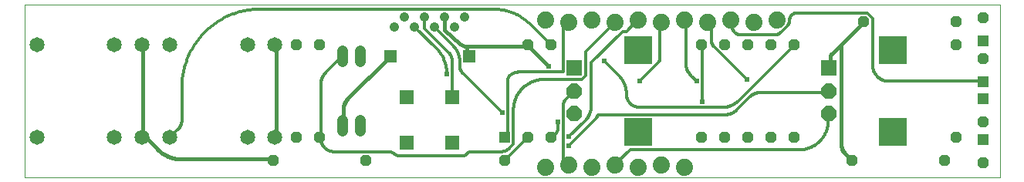
<source format=gbl>
G75*
%MOIN*%
%OFA0B0*%
%FSLAX25Y25*%
%IPPOS*%
%LPD*%
%AMOC8*
5,1,8,0,0,1.08239X$1,22.5*
%
%ADD10C,0.00100*%
%ADD11R,0.06600X0.06600*%
%ADD12OC8,0.06600*%
%ADD13R,0.12268X0.12268*%
%ADD14C,0.06496*%
%ADD15OC8,0.04800*%
%ADD16C,0.04800*%
%ADD17R,0.05906X0.05906*%
%ADD18R,0.04800X0.04800*%
%ADD19R,0.05315X0.05315*%
%ADD20C,0.04134*%
%ADD21C,0.07400*%
%ADD22C,0.01200*%
%ADD23C,0.02400*%
%ADD24C,0.01800*%
D10*
X0079937Y0048067D02*
X0501197Y0048067D01*
X0501197Y0122870D01*
X0079937Y0122870D01*
X0079937Y0048067D01*
D11*
X0317378Y0095409D03*
X0427378Y0095409D03*
D12*
X0427378Y0085567D03*
X0427378Y0075724D03*
X0317378Y0075724D03*
X0317378Y0085567D03*
D13*
X0344937Y0067850D03*
X0454937Y0067850D03*
X0454937Y0103283D03*
X0344937Y0103283D03*
D14*
X0188028Y0105567D03*
X0176217Y0105567D03*
X0142752Y0105567D03*
X0130528Y0105567D03*
X0118717Y0105567D03*
X0085252Y0105567D03*
X0085252Y0065567D03*
X0118717Y0065567D03*
X0130528Y0065567D03*
X0142752Y0065567D03*
X0176217Y0065567D03*
X0188028Y0065567D03*
D15*
X0197437Y0065567D03*
X0207437Y0065567D03*
X0187437Y0055567D03*
X0227437Y0055567D03*
X0287437Y0055567D03*
X0297437Y0065567D03*
X0307437Y0065567D03*
X0372437Y0065567D03*
X0382437Y0065567D03*
X0392437Y0065567D03*
X0402437Y0065567D03*
X0412437Y0065567D03*
X0437437Y0055567D03*
X0477437Y0055567D03*
X0493937Y0054567D03*
X0482437Y0065567D03*
X0493937Y0072067D03*
X0493937Y0099567D03*
X0482437Y0105567D03*
X0482437Y0115567D03*
X0493937Y0117067D03*
X0442437Y0115567D03*
X0412437Y0105567D03*
X0402437Y0105567D03*
X0392437Y0105567D03*
X0382437Y0105567D03*
X0372437Y0105567D03*
X0307437Y0105567D03*
X0297437Y0105567D03*
X0207437Y0105567D03*
X0197437Y0105567D03*
D16*
X0217437Y0102967D02*
X0217437Y0098167D01*
X0224937Y0098167D02*
X0224937Y0102967D01*
X0224937Y0072967D02*
X0224937Y0068167D01*
X0217437Y0068167D02*
X0217437Y0072967D01*
D17*
X0245094Y0063224D03*
X0264780Y0063224D03*
X0264780Y0082909D03*
X0245094Y0082909D03*
D18*
X0287437Y0065567D03*
X0493937Y0064567D03*
X0493937Y0082067D03*
X0493937Y0089567D03*
X0493937Y0107067D03*
D19*
X0271866Y0100587D03*
X0238008Y0100587D03*
D20*
X0239780Y0113067D03*
X0248441Y0113067D03*
X0257102Y0113067D03*
X0265764Y0113067D03*
X0270094Y0117398D03*
X0261433Y0117398D03*
X0252772Y0117398D03*
X0244110Y0117398D03*
D21*
X0304937Y0116067D03*
X0314937Y0115067D03*
X0324937Y0116067D03*
X0334937Y0115067D03*
X0344937Y0116067D03*
X0354937Y0115067D03*
X0364937Y0116067D03*
X0374937Y0115067D03*
X0384937Y0116067D03*
X0394937Y0115067D03*
X0404937Y0116067D03*
X0354937Y0053567D03*
X0364937Y0052567D03*
X0344937Y0052567D03*
X0334937Y0053567D03*
X0324937Y0052567D03*
X0314937Y0053567D03*
X0304937Y0052567D03*
D22*
X0312737Y0055267D02*
X0314337Y0053667D01*
X0314937Y0053567D01*
X0312737Y0055267D02*
X0312737Y0079392D01*
X0313780Y0081910D02*
X0316737Y0084867D01*
X0317378Y0085567D01*
X0336551Y0092253D02*
X0336743Y0092056D01*
X0336931Y0091855D01*
X0337113Y0091649D01*
X0337291Y0091439D01*
X0337464Y0091225D01*
X0337631Y0091007D01*
X0337793Y0090784D01*
X0337950Y0090558D01*
X0338102Y0090329D01*
X0338248Y0090096D01*
X0338388Y0089859D01*
X0338523Y0089619D01*
X0338652Y0089376D01*
X0338775Y0089130D01*
X0338892Y0088881D01*
X0339004Y0088630D01*
X0339109Y0088375D01*
X0339208Y0088119D01*
X0339301Y0087860D01*
X0339388Y0087599D01*
X0339469Y0087336D01*
X0339543Y0087071D01*
X0339611Y0086804D01*
X0339673Y0086536D01*
X0339728Y0086267D01*
X0339777Y0085996D01*
X0339819Y0085724D01*
X0339855Y0085451D01*
X0339885Y0085178D01*
X0339908Y0084904D01*
X0339924Y0084629D01*
X0339934Y0084354D01*
X0339937Y0084079D01*
X0339939Y0083932D01*
X0339945Y0083785D01*
X0339954Y0083639D01*
X0339968Y0083492D01*
X0339985Y0083346D01*
X0340006Y0083201D01*
X0340031Y0083056D01*
X0340060Y0082912D01*
X0340092Y0082769D01*
X0340128Y0082627D01*
X0340168Y0082485D01*
X0340212Y0082345D01*
X0340259Y0082206D01*
X0340310Y0082068D01*
X0340364Y0081931D01*
X0340422Y0081796D01*
X0340484Y0081663D01*
X0340549Y0081531D01*
X0340617Y0081401D01*
X0340689Y0081273D01*
X0340764Y0081147D01*
X0340842Y0081022D01*
X0340924Y0080900D01*
X0341009Y0080780D01*
X0341097Y0080663D01*
X0341188Y0080547D01*
X0341282Y0080434D01*
X0341378Y0080324D01*
X0341478Y0080216D01*
X0341581Y0080111D01*
X0341686Y0080008D01*
X0341794Y0079908D01*
X0341904Y0079812D01*
X0342017Y0079718D01*
X0342133Y0079627D01*
X0342250Y0079539D01*
X0342370Y0079454D01*
X0342492Y0079372D01*
X0342617Y0079294D01*
X0342743Y0079219D01*
X0342871Y0079147D01*
X0343001Y0079079D01*
X0343133Y0079014D01*
X0343266Y0078952D01*
X0343401Y0078894D01*
X0343538Y0078840D01*
X0343676Y0078789D01*
X0343815Y0078742D01*
X0343955Y0078698D01*
X0344097Y0078658D01*
X0344239Y0078622D01*
X0344382Y0078590D01*
X0344526Y0078561D01*
X0344671Y0078536D01*
X0344816Y0078515D01*
X0344962Y0078498D01*
X0345109Y0078484D01*
X0345255Y0078475D01*
X0345402Y0078469D01*
X0345549Y0078467D01*
X0381791Y0078467D01*
X0387335Y0077065D02*
X0393034Y0082764D01*
X0388186Y0081115D02*
X0411937Y0104867D01*
X0412437Y0105567D01*
X0403631Y0109667D02*
X0389432Y0109667D01*
X0389310Y0109669D01*
X0389187Y0109675D01*
X0389065Y0109684D01*
X0388944Y0109698D01*
X0388823Y0109715D01*
X0388702Y0109736D01*
X0388582Y0109761D01*
X0388463Y0109789D01*
X0388345Y0109822D01*
X0388228Y0109858D01*
X0388113Y0109897D01*
X0387998Y0109941D01*
X0387885Y0109987D01*
X0387774Y0110038D01*
X0387664Y0110092D01*
X0387556Y0110149D01*
X0387449Y0110209D01*
X0387345Y0110273D01*
X0387243Y0110341D01*
X0387143Y0110411D01*
X0387045Y0110484D01*
X0386949Y0110561D01*
X0386856Y0110640D01*
X0386766Y0110723D01*
X0386678Y0110808D01*
X0386593Y0110896D01*
X0386510Y0110986D01*
X0386431Y0111079D01*
X0386354Y0111175D01*
X0386281Y0111273D01*
X0386211Y0111373D01*
X0386143Y0111475D01*
X0386079Y0111579D01*
X0386019Y0111686D01*
X0385962Y0111794D01*
X0385908Y0111904D01*
X0385857Y0112015D01*
X0385811Y0112128D01*
X0385767Y0112243D01*
X0385728Y0112358D01*
X0385692Y0112475D01*
X0385659Y0112593D01*
X0385631Y0112712D01*
X0385606Y0112832D01*
X0385585Y0112953D01*
X0385568Y0113074D01*
X0385554Y0113195D01*
X0385545Y0113317D01*
X0385539Y0113440D01*
X0385537Y0113562D01*
X0385537Y0116067D01*
X0384937Y0116067D01*
X0376737Y0112867D02*
X0375137Y0114467D01*
X0374937Y0115067D01*
X0376737Y0112867D02*
X0376737Y0106993D01*
X0377675Y0104729D02*
X0391937Y0090467D01*
X0388185Y0081116D02*
X0388027Y0080961D01*
X0387864Y0080810D01*
X0387698Y0080663D01*
X0387528Y0080520D01*
X0387355Y0080381D01*
X0387178Y0080247D01*
X0386998Y0080117D01*
X0386815Y0079991D01*
X0386629Y0079870D01*
X0386440Y0079754D01*
X0386248Y0079642D01*
X0386054Y0079535D01*
X0385857Y0079433D01*
X0385657Y0079335D01*
X0385456Y0079243D01*
X0385252Y0079155D01*
X0385046Y0079073D01*
X0384837Y0078996D01*
X0384628Y0078923D01*
X0384416Y0078856D01*
X0384203Y0078795D01*
X0383988Y0078738D01*
X0383772Y0078687D01*
X0383555Y0078641D01*
X0383337Y0078600D01*
X0383118Y0078565D01*
X0382898Y0078535D01*
X0382677Y0078511D01*
X0382456Y0078492D01*
X0382235Y0078478D01*
X0382013Y0078470D01*
X0381791Y0078467D01*
X0382994Y0075267D02*
X0383150Y0075269D01*
X0383305Y0075275D01*
X0383460Y0075285D01*
X0383615Y0075299D01*
X0383770Y0075316D01*
X0383924Y0075338D01*
X0384077Y0075363D01*
X0384230Y0075393D01*
X0384382Y0075426D01*
X0384533Y0075463D01*
X0384683Y0075504D01*
X0384832Y0075549D01*
X0384980Y0075597D01*
X0385126Y0075649D01*
X0385272Y0075705D01*
X0385415Y0075765D01*
X0385558Y0075828D01*
X0385698Y0075894D01*
X0385837Y0075965D01*
X0385974Y0076039D01*
X0386109Y0076116D01*
X0386242Y0076196D01*
X0386373Y0076280D01*
X0386502Y0076368D01*
X0386628Y0076458D01*
X0386752Y0076552D01*
X0386874Y0076648D01*
X0386993Y0076748D01*
X0387110Y0076851D01*
X0387224Y0076957D01*
X0387336Y0077065D01*
X0382994Y0075267D02*
X0328737Y0075267D01*
X0328658Y0075265D01*
X0328580Y0075259D01*
X0328502Y0075250D01*
X0328425Y0075236D01*
X0328348Y0075219D01*
X0328273Y0075198D01*
X0328198Y0075173D01*
X0328125Y0075145D01*
X0328053Y0075113D01*
X0327983Y0075078D01*
X0327914Y0075039D01*
X0327848Y0074997D01*
X0327784Y0074952D01*
X0327722Y0074904D01*
X0327663Y0074853D01*
X0327606Y0074798D01*
X0327551Y0074741D01*
X0327500Y0074682D01*
X0327452Y0074620D01*
X0327407Y0074556D01*
X0327365Y0074490D01*
X0327326Y0074421D01*
X0327291Y0074351D01*
X0327259Y0074279D01*
X0327231Y0074206D01*
X0327206Y0074131D01*
X0327185Y0074056D01*
X0327168Y0073979D01*
X0327154Y0073902D01*
X0327145Y0073824D01*
X0327139Y0073746D01*
X0327137Y0073667D01*
X0315137Y0061667D01*
X0315137Y0065667D02*
X0322095Y0072625D01*
X0310337Y0072067D02*
X0310337Y0069268D01*
X0310335Y0069164D01*
X0310330Y0069061D01*
X0310320Y0068958D01*
X0310307Y0068855D01*
X0310291Y0068753D01*
X0310271Y0068652D01*
X0310247Y0068551D01*
X0310220Y0068451D01*
X0310189Y0068352D01*
X0310154Y0068255D01*
X0310116Y0068158D01*
X0310075Y0068063D01*
X0310030Y0067970D01*
X0309982Y0067878D01*
X0309931Y0067788D01*
X0309877Y0067700D01*
X0309819Y0067614D01*
X0309759Y0067530D01*
X0309695Y0067448D01*
X0309629Y0067369D01*
X0309559Y0067292D01*
X0309488Y0067217D01*
X0309488Y0067218D02*
X0307937Y0065667D01*
X0307437Y0065567D01*
X0297437Y0065567D02*
X0287437Y0055567D01*
X0285932Y0059267D02*
X0271937Y0059067D01*
X0269937Y0057567D01*
X0240937Y0057567D01*
X0238437Y0059267D01*
X0213537Y0059267D01*
X0213390Y0059269D01*
X0213244Y0059275D01*
X0213098Y0059284D01*
X0212952Y0059298D01*
X0212806Y0059315D01*
X0212661Y0059336D01*
X0212516Y0059361D01*
X0212373Y0059389D01*
X0212230Y0059422D01*
X0212088Y0059458D01*
X0211947Y0059498D01*
X0211807Y0059541D01*
X0211668Y0059588D01*
X0211530Y0059639D01*
X0211394Y0059693D01*
X0211259Y0059751D01*
X0211126Y0059813D01*
X0210995Y0059877D01*
X0210865Y0059946D01*
X0210737Y0060017D01*
X0210611Y0060092D01*
X0210487Y0060170D01*
X0210365Y0060252D01*
X0210245Y0060337D01*
X0210128Y0060424D01*
X0210013Y0060515D01*
X0209900Y0060609D01*
X0209790Y0060705D01*
X0209682Y0060805D01*
X0209577Y0060907D01*
X0209475Y0061012D01*
X0209375Y0061120D01*
X0209279Y0061230D01*
X0209185Y0061343D01*
X0209094Y0061458D01*
X0209007Y0061575D01*
X0208922Y0061695D01*
X0208840Y0061817D01*
X0208762Y0061941D01*
X0208687Y0062067D01*
X0208616Y0062195D01*
X0208547Y0062325D01*
X0208483Y0062456D01*
X0208421Y0062589D01*
X0208363Y0062724D01*
X0208309Y0062860D01*
X0208258Y0062998D01*
X0208211Y0063137D01*
X0208168Y0063277D01*
X0208128Y0063418D01*
X0208092Y0063560D01*
X0208059Y0063703D01*
X0208031Y0063846D01*
X0208006Y0063991D01*
X0207985Y0064136D01*
X0207968Y0064282D01*
X0207954Y0064428D01*
X0207945Y0064574D01*
X0207939Y0064720D01*
X0207937Y0064867D01*
X0207437Y0065567D01*
X0207937Y0065667D01*
X0207937Y0088259D01*
X0207939Y0088437D01*
X0207946Y0088615D01*
X0207957Y0088793D01*
X0207972Y0088971D01*
X0207992Y0089148D01*
X0208016Y0089325D01*
X0208044Y0089501D01*
X0208077Y0089676D01*
X0208113Y0089850D01*
X0208155Y0090024D01*
X0208200Y0090196D01*
X0208250Y0090367D01*
X0208304Y0090537D01*
X0208362Y0090705D01*
X0208424Y0090873D01*
X0208490Y0091038D01*
X0208560Y0091202D01*
X0208634Y0091364D01*
X0208712Y0091524D01*
X0208794Y0091682D01*
X0208880Y0091838D01*
X0208970Y0091992D01*
X0209064Y0092144D01*
X0209161Y0092294D01*
X0209262Y0092441D01*
X0209366Y0092585D01*
X0209474Y0092727D01*
X0209585Y0092866D01*
X0209700Y0093002D01*
X0209818Y0093136D01*
X0209940Y0093266D01*
X0210064Y0093394D01*
X0216737Y0100067D01*
X0217437Y0100567D01*
X0257628Y0104204D02*
X0257895Y0103941D01*
X0258155Y0103671D01*
X0258408Y0103395D01*
X0258655Y0103113D01*
X0258895Y0102825D01*
X0259128Y0102532D01*
X0259353Y0102232D01*
X0259571Y0101928D01*
X0259782Y0101618D01*
X0259985Y0101303D01*
X0260180Y0100983D01*
X0260367Y0100658D01*
X0260547Y0100330D01*
X0260718Y0099996D01*
X0260882Y0099659D01*
X0261037Y0099318D01*
X0261183Y0098973D01*
X0261321Y0098625D01*
X0261451Y0098273D01*
X0261572Y0097918D01*
X0261684Y0097561D01*
X0261788Y0097201D01*
X0261883Y0096838D01*
X0261969Y0096474D01*
X0262046Y0096107D01*
X0262114Y0095738D01*
X0262173Y0095368D01*
X0262223Y0094997D01*
X0262264Y0094625D01*
X0262296Y0094251D01*
X0262319Y0093877D01*
X0262332Y0093503D01*
X0262337Y0093128D01*
X0262337Y0092867D01*
X0269294Y0093110D02*
X0286337Y0076067D01*
X0291137Y0077221D02*
X0291137Y0062467D01*
X0289355Y0060685D01*
X0289258Y0060590D01*
X0289158Y0060498D01*
X0289055Y0060409D01*
X0288950Y0060323D01*
X0288843Y0060240D01*
X0288733Y0060160D01*
X0288622Y0060083D01*
X0288508Y0060009D01*
X0288392Y0059938D01*
X0288274Y0059871D01*
X0288154Y0059807D01*
X0288032Y0059746D01*
X0287909Y0059689D01*
X0287785Y0059635D01*
X0287658Y0059585D01*
X0287531Y0059539D01*
X0287402Y0059496D01*
X0287272Y0059456D01*
X0287141Y0059420D01*
X0287009Y0059388D01*
X0286876Y0059360D01*
X0286743Y0059335D01*
X0286609Y0059315D01*
X0286474Y0059297D01*
X0286339Y0059284D01*
X0286203Y0059275D01*
X0286068Y0059269D01*
X0285932Y0059267D01*
X0287437Y0065567D02*
X0287937Y0065667D01*
X0288737Y0066467D01*
X0288737Y0090254D01*
X0288739Y0090350D01*
X0288745Y0090446D01*
X0288754Y0090541D01*
X0288767Y0090636D01*
X0288784Y0090731D01*
X0288805Y0090825D01*
X0288829Y0090918D01*
X0288857Y0091010D01*
X0288888Y0091100D01*
X0288923Y0091190D01*
X0288962Y0091278D01*
X0289003Y0091364D01*
X0289049Y0091449D01*
X0289097Y0091532D01*
X0289149Y0091612D01*
X0289204Y0091691D01*
X0289262Y0091768D01*
X0289323Y0091842D01*
X0289387Y0091914D01*
X0289453Y0091983D01*
X0293518Y0093667D02*
X0312737Y0093667D01*
X0312737Y0112867D01*
X0314937Y0115067D01*
X0307137Y0105667D02*
X0298661Y0114143D01*
X0282427Y0120867D02*
X0181717Y0120867D01*
X0248441Y0113067D02*
X0248637Y0112867D01*
X0257628Y0104204D01*
X0258637Y0111367D02*
X0265317Y0104687D01*
X0263137Y0102067D02*
X0252637Y0112367D01*
X0252772Y0117398D01*
X0257102Y0113067D02*
X0258637Y0111367D01*
X0265317Y0104686D02*
X0265471Y0104529D01*
X0265620Y0104368D01*
X0265765Y0104204D01*
X0265907Y0104036D01*
X0266044Y0103865D01*
X0266177Y0103690D01*
X0266305Y0103512D01*
X0266430Y0103331D01*
X0266549Y0103147D01*
X0266665Y0102960D01*
X0266775Y0102770D01*
X0266881Y0102578D01*
X0266982Y0102383D01*
X0267078Y0102186D01*
X0267170Y0101986D01*
X0267256Y0101785D01*
X0267338Y0101581D01*
X0267414Y0101375D01*
X0267486Y0101168D01*
X0267552Y0100958D01*
X0267613Y0100747D01*
X0267669Y0100535D01*
X0267720Y0100322D01*
X0267765Y0100107D01*
X0267805Y0099891D01*
X0267840Y0099674D01*
X0267870Y0099457D01*
X0267894Y0099239D01*
X0267913Y0099020D01*
X0267926Y0098801D01*
X0267934Y0098581D01*
X0267937Y0098362D01*
X0267937Y0096386D01*
X0264737Y0098204D02*
X0264737Y0083267D01*
X0264780Y0082909D01*
X0289453Y0091983D02*
X0289561Y0092088D01*
X0289671Y0092190D01*
X0289784Y0092290D01*
X0289900Y0092386D01*
X0290018Y0092479D01*
X0290139Y0092569D01*
X0290262Y0092656D01*
X0290387Y0092740D01*
X0290514Y0092820D01*
X0290643Y0092897D01*
X0290775Y0092970D01*
X0290908Y0093040D01*
X0291043Y0093107D01*
X0291180Y0093170D01*
X0291318Y0093229D01*
X0291458Y0093285D01*
X0291599Y0093337D01*
X0291741Y0093386D01*
X0291885Y0093430D01*
X0292030Y0093471D01*
X0292176Y0093508D01*
X0292323Y0093541D01*
X0292470Y0093571D01*
X0292619Y0093596D01*
X0292768Y0093618D01*
X0292917Y0093636D01*
X0293067Y0093649D01*
X0293217Y0093659D01*
X0293368Y0093665D01*
X0293518Y0093667D01*
X0304383Y0090467D02*
X0320737Y0090467D01*
X0322337Y0092067D01*
X0322337Y0102467D01*
X0334937Y0115067D01*
X0338337Y0111267D02*
X0324737Y0097667D01*
X0324737Y0079004D01*
X0313780Y0081910D02*
X0313699Y0081826D01*
X0313621Y0081740D01*
X0313545Y0081651D01*
X0313473Y0081560D01*
X0313403Y0081466D01*
X0313337Y0081370D01*
X0313274Y0081272D01*
X0313214Y0081173D01*
X0313157Y0081071D01*
X0313104Y0080967D01*
X0313054Y0080862D01*
X0313008Y0080755D01*
X0312965Y0080646D01*
X0312926Y0080537D01*
X0312890Y0080426D01*
X0312858Y0080314D01*
X0312830Y0080201D01*
X0312805Y0080087D01*
X0312785Y0079972D01*
X0312767Y0079857D01*
X0312754Y0079741D01*
X0312745Y0079625D01*
X0312739Y0079509D01*
X0312737Y0079392D01*
X0322095Y0072625D02*
X0322245Y0072779D01*
X0322391Y0072936D01*
X0322534Y0073097D01*
X0322672Y0073260D01*
X0322807Y0073428D01*
X0322938Y0073598D01*
X0323064Y0073771D01*
X0323187Y0073948D01*
X0323305Y0074127D01*
X0323419Y0074309D01*
X0323528Y0074493D01*
X0323634Y0074681D01*
X0323734Y0074870D01*
X0323830Y0075062D01*
X0323922Y0075257D01*
X0324009Y0075453D01*
X0324091Y0075651D01*
X0324168Y0075851D01*
X0324241Y0076054D01*
X0324309Y0076257D01*
X0324372Y0076462D01*
X0324430Y0076669D01*
X0324483Y0076877D01*
X0324531Y0077086D01*
X0324574Y0077297D01*
X0324612Y0077508D01*
X0324645Y0077720D01*
X0324673Y0077933D01*
X0324696Y0078146D01*
X0324714Y0078360D01*
X0324727Y0078575D01*
X0324734Y0078789D01*
X0324737Y0079004D01*
X0304383Y0090467D02*
X0304063Y0090463D01*
X0303743Y0090452D01*
X0303424Y0090432D01*
X0303105Y0090405D01*
X0302786Y0090370D01*
X0302469Y0090328D01*
X0302153Y0090278D01*
X0301838Y0090220D01*
X0301525Y0090155D01*
X0301213Y0090082D01*
X0300903Y0090002D01*
X0300595Y0089914D01*
X0300290Y0089819D01*
X0299987Y0089716D01*
X0299686Y0089606D01*
X0299388Y0089489D01*
X0299093Y0089365D01*
X0298801Y0089233D01*
X0298512Y0089095D01*
X0298227Y0088950D01*
X0297946Y0088798D01*
X0297668Y0088639D01*
X0297394Y0088473D01*
X0297124Y0088301D01*
X0296858Y0088122D01*
X0296597Y0087937D01*
X0296341Y0087746D01*
X0296089Y0087549D01*
X0295841Y0087345D01*
X0295599Y0087136D01*
X0295362Y0086921D01*
X0295131Y0086700D01*
X0294904Y0086473D01*
X0294683Y0086242D01*
X0294468Y0086005D01*
X0294259Y0085763D01*
X0294055Y0085515D01*
X0293858Y0085263D01*
X0293667Y0085007D01*
X0293482Y0084746D01*
X0293303Y0084480D01*
X0293131Y0084210D01*
X0292965Y0083936D01*
X0292806Y0083658D01*
X0292654Y0083377D01*
X0292509Y0083092D01*
X0292371Y0082803D01*
X0292239Y0082511D01*
X0292115Y0082216D01*
X0291998Y0081918D01*
X0291888Y0081617D01*
X0291785Y0081314D01*
X0291690Y0081009D01*
X0291602Y0080701D01*
X0291522Y0080391D01*
X0291449Y0080079D01*
X0291384Y0079766D01*
X0291326Y0079451D01*
X0291276Y0079135D01*
X0291234Y0078818D01*
X0291199Y0078499D01*
X0291172Y0078180D01*
X0291152Y0077861D01*
X0291141Y0077541D01*
X0291137Y0077221D01*
X0330337Y0098467D02*
X0336551Y0092253D01*
X0345537Y0089667D02*
X0353768Y0097898D01*
X0354337Y0099271D02*
X0354337Y0114467D01*
X0354937Y0115067D01*
X0364937Y0116067D02*
X0365537Y0116067D01*
X0365537Y0097691D01*
X0365539Y0097506D01*
X0365546Y0097321D01*
X0365557Y0097136D01*
X0365572Y0096951D01*
X0365592Y0096767D01*
X0365616Y0096583D01*
X0365645Y0096400D01*
X0365678Y0096218D01*
X0365715Y0096037D01*
X0365756Y0095856D01*
X0365802Y0095677D01*
X0365852Y0095498D01*
X0365907Y0095321D01*
X0365965Y0095145D01*
X0366028Y0094971D01*
X0366095Y0094798D01*
X0366165Y0094627D01*
X0366240Y0094458D01*
X0366319Y0094290D01*
X0366402Y0094125D01*
X0366489Y0093961D01*
X0366580Y0093799D01*
X0366674Y0093640D01*
X0366773Y0093483D01*
X0366875Y0093329D01*
X0366980Y0093176D01*
X0367089Y0093027D01*
X0367202Y0092880D01*
X0367318Y0092736D01*
X0367438Y0092594D01*
X0367561Y0092456D01*
X0367687Y0092320D01*
X0367817Y0092188D01*
X0367816Y0092187D02*
X0370337Y0089667D01*
X0372737Y0080867D02*
X0372737Y0104867D01*
X0372437Y0105567D01*
X0376737Y0106993D02*
X0376739Y0106884D01*
X0376744Y0106774D01*
X0376754Y0106666D01*
X0376767Y0106557D01*
X0376784Y0106449D01*
X0376804Y0106342D01*
X0376828Y0106235D01*
X0376856Y0106129D01*
X0376887Y0106024D01*
X0376922Y0105921D01*
X0376960Y0105818D01*
X0377002Y0105717D01*
X0377047Y0105618D01*
X0377096Y0105520D01*
X0377148Y0105424D01*
X0377203Y0105329D01*
X0377262Y0105237D01*
X0377323Y0105146D01*
X0377388Y0105058D01*
X0377455Y0104972D01*
X0377526Y0104889D01*
X0377599Y0104807D01*
X0377675Y0104729D01*
X0354337Y0099271D02*
X0354335Y0099186D01*
X0354330Y0099102D01*
X0354320Y0099018D01*
X0354307Y0098934D01*
X0354291Y0098851D01*
X0354271Y0098768D01*
X0354247Y0098687D01*
X0354220Y0098607D01*
X0354189Y0098528D01*
X0354155Y0098450D01*
X0354118Y0098374D01*
X0354077Y0098300D01*
X0354033Y0098228D01*
X0353986Y0098157D01*
X0353936Y0098089D01*
X0353883Y0098023D01*
X0353827Y0097959D01*
X0353768Y0097898D01*
X0339937Y0111267D02*
X0338337Y0111267D01*
X0339937Y0111267D02*
X0344737Y0116067D01*
X0344937Y0116067D01*
X0307437Y0105567D02*
X0307137Y0105667D01*
X0298661Y0114142D02*
X0298270Y0114523D01*
X0297870Y0114896D01*
X0297461Y0115258D01*
X0297044Y0115611D01*
X0296619Y0115954D01*
X0296185Y0116287D01*
X0295744Y0116609D01*
X0295295Y0116921D01*
X0294839Y0117221D01*
X0294376Y0117511D01*
X0293906Y0117790D01*
X0293430Y0118058D01*
X0292947Y0118314D01*
X0292458Y0118558D01*
X0291964Y0118791D01*
X0291464Y0119012D01*
X0290960Y0119221D01*
X0290450Y0119418D01*
X0289936Y0119603D01*
X0289417Y0119776D01*
X0288895Y0119936D01*
X0288369Y0120084D01*
X0287840Y0120219D01*
X0287307Y0120341D01*
X0286772Y0120451D01*
X0286234Y0120548D01*
X0285694Y0120632D01*
X0285153Y0120704D01*
X0284609Y0120762D01*
X0284065Y0120808D01*
X0283519Y0120840D01*
X0282973Y0120859D01*
X0282427Y0120866D01*
X0263137Y0102067D02*
X0263237Y0101964D01*
X0263334Y0101859D01*
X0263428Y0101752D01*
X0263520Y0101642D01*
X0263608Y0101530D01*
X0263694Y0101415D01*
X0263776Y0101298D01*
X0263856Y0101179D01*
X0263932Y0101058D01*
X0264005Y0100935D01*
X0264075Y0100811D01*
X0264142Y0100684D01*
X0264205Y0100556D01*
X0264265Y0100426D01*
X0264321Y0100295D01*
X0264374Y0100162D01*
X0264424Y0100028D01*
X0264470Y0099892D01*
X0264512Y0099756D01*
X0264551Y0099618D01*
X0264586Y0099479D01*
X0264618Y0099340D01*
X0264646Y0099200D01*
X0264670Y0099059D01*
X0264690Y0098917D01*
X0264707Y0098775D01*
X0264720Y0098633D01*
X0264730Y0098490D01*
X0264735Y0098347D01*
X0264737Y0098204D01*
X0267937Y0096386D02*
X0267939Y0096251D01*
X0267945Y0096117D01*
X0267955Y0095982D01*
X0267968Y0095848D01*
X0267986Y0095715D01*
X0268007Y0095582D01*
X0268033Y0095449D01*
X0268062Y0095318D01*
X0268095Y0095187D01*
X0268132Y0095058D01*
X0268172Y0094929D01*
X0268216Y0094802D01*
X0268264Y0094676D01*
X0268316Y0094551D01*
X0268371Y0094428D01*
X0268430Y0094307D01*
X0268492Y0094188D01*
X0268558Y0094070D01*
X0268627Y0093954D01*
X0268699Y0093841D01*
X0268775Y0093729D01*
X0268854Y0093620D01*
X0268936Y0093513D01*
X0269021Y0093409D01*
X0269109Y0093307D01*
X0269200Y0093207D01*
X0269294Y0093111D01*
X0181717Y0120867D02*
X0180901Y0120857D01*
X0180085Y0120828D01*
X0179270Y0120778D01*
X0178457Y0120709D01*
X0177645Y0120621D01*
X0176836Y0120513D01*
X0176030Y0120385D01*
X0175227Y0120238D01*
X0174428Y0120071D01*
X0173633Y0119885D01*
X0172843Y0119680D01*
X0172058Y0119457D01*
X0171278Y0119214D01*
X0170505Y0118952D01*
X0169738Y0118672D01*
X0168979Y0118373D01*
X0168226Y0118056D01*
X0167482Y0117721D01*
X0166746Y0117368D01*
X0166019Y0116998D01*
X0165300Y0116610D01*
X0164592Y0116204D01*
X0163893Y0115782D01*
X0163205Y0115343D01*
X0162528Y0114887D01*
X0161862Y0114416D01*
X0161207Y0113928D01*
X0160564Y0113424D01*
X0159934Y0112906D01*
X0159317Y0112372D01*
X0158712Y0111823D01*
X0158121Y0111260D01*
X0157544Y0110683D01*
X0156981Y0110092D01*
X0156432Y0109487D01*
X0155898Y0108870D01*
X0155380Y0108240D01*
X0154876Y0107597D01*
X0154388Y0106942D01*
X0153917Y0106276D01*
X0153461Y0105599D01*
X0153022Y0104911D01*
X0152600Y0104212D01*
X0152194Y0103504D01*
X0151806Y0102785D01*
X0151436Y0102058D01*
X0151083Y0101322D01*
X0150748Y0100578D01*
X0150431Y0099825D01*
X0150132Y0099066D01*
X0149852Y0098299D01*
X0149590Y0097526D01*
X0149347Y0096746D01*
X0149124Y0095961D01*
X0148919Y0095171D01*
X0148733Y0094376D01*
X0148566Y0093577D01*
X0148419Y0092774D01*
X0148291Y0091968D01*
X0148183Y0091159D01*
X0148095Y0090347D01*
X0148026Y0089534D01*
X0147976Y0088719D01*
X0147947Y0087903D01*
X0147937Y0087087D01*
X0147937Y0072987D01*
X0147935Y0072833D01*
X0147929Y0072679D01*
X0147919Y0072525D01*
X0147906Y0072371D01*
X0147888Y0072218D01*
X0147867Y0072066D01*
X0147842Y0071914D01*
X0147812Y0071762D01*
X0147780Y0071612D01*
X0147743Y0071462D01*
X0147702Y0071313D01*
X0147658Y0071166D01*
X0147610Y0071019D01*
X0147558Y0070874D01*
X0147503Y0070730D01*
X0147444Y0070588D01*
X0147381Y0070447D01*
X0147315Y0070308D01*
X0147246Y0070170D01*
X0147173Y0070034D01*
X0147096Y0069901D01*
X0147016Y0069769D01*
X0146933Y0069639D01*
X0146847Y0069511D01*
X0146757Y0069386D01*
X0146664Y0069263D01*
X0146568Y0069142D01*
X0146469Y0069024D01*
X0146367Y0068908D01*
X0146263Y0068795D01*
X0146155Y0068685D01*
X0143137Y0065667D01*
X0142752Y0065567D01*
X0334937Y0053567D02*
X0335137Y0053667D01*
X0341537Y0060067D01*
X0414564Y0060067D01*
X0414868Y0060071D01*
X0415171Y0060082D01*
X0415475Y0060100D01*
X0415777Y0060126D01*
X0416080Y0060159D01*
X0416381Y0060199D01*
X0416681Y0060246D01*
X0416980Y0060301D01*
X0417277Y0060363D01*
X0417573Y0060432D01*
X0417867Y0060509D01*
X0418159Y0060592D01*
X0418449Y0060682D01*
X0418737Y0060780D01*
X0419022Y0060884D01*
X0419305Y0060995D01*
X0419585Y0061113D01*
X0419862Y0061238D01*
X0420136Y0061369D01*
X0420407Y0061507D01*
X0420674Y0061652D01*
X0420938Y0061802D01*
X0421198Y0061960D01*
X0421454Y0062123D01*
X0421706Y0062293D01*
X0421954Y0062468D01*
X0422198Y0062650D01*
X0422437Y0062837D01*
X0422672Y0063030D01*
X0422901Y0063229D01*
X0423126Y0063433D01*
X0423346Y0063643D01*
X0423561Y0063858D01*
X0423771Y0064078D01*
X0423975Y0064303D01*
X0424174Y0064532D01*
X0424367Y0064767D01*
X0424554Y0065006D01*
X0424736Y0065250D01*
X0424911Y0065498D01*
X0425081Y0065750D01*
X0425244Y0066006D01*
X0425402Y0066266D01*
X0425552Y0066530D01*
X0425697Y0066797D01*
X0425835Y0067068D01*
X0425966Y0067342D01*
X0426091Y0067619D01*
X0426209Y0067899D01*
X0426320Y0068182D01*
X0426424Y0068467D01*
X0426522Y0068755D01*
X0426612Y0069045D01*
X0426695Y0069337D01*
X0426772Y0069631D01*
X0426841Y0069927D01*
X0426903Y0070224D01*
X0426958Y0070523D01*
X0427005Y0070823D01*
X0427045Y0071124D01*
X0427078Y0071427D01*
X0427104Y0071729D01*
X0427122Y0072033D01*
X0427133Y0072336D01*
X0427137Y0072640D01*
X0427137Y0075267D01*
X0427378Y0075724D01*
X0427137Y0084867D02*
X0398110Y0084867D01*
X0398110Y0084866D02*
X0397934Y0084864D01*
X0397758Y0084857D01*
X0397582Y0084847D01*
X0397406Y0084831D01*
X0397231Y0084812D01*
X0397057Y0084788D01*
X0396883Y0084760D01*
X0396710Y0084728D01*
X0396537Y0084692D01*
X0396366Y0084651D01*
X0396196Y0084606D01*
X0396026Y0084557D01*
X0395858Y0084504D01*
X0395692Y0084446D01*
X0395527Y0084385D01*
X0395363Y0084320D01*
X0395201Y0084250D01*
X0395041Y0084177D01*
X0394883Y0084100D01*
X0394726Y0084018D01*
X0394572Y0083933D01*
X0394420Y0083845D01*
X0394270Y0083752D01*
X0394122Y0083656D01*
X0393977Y0083557D01*
X0393834Y0083453D01*
X0393694Y0083347D01*
X0393556Y0083237D01*
X0393422Y0083123D01*
X0393290Y0083007D01*
X0393160Y0082887D01*
X0393034Y0082764D01*
X0427137Y0084867D02*
X0427378Y0085567D01*
X0453249Y0089667D02*
X0493537Y0089667D01*
X0493937Y0089567D01*
X0453249Y0089667D02*
X0453082Y0089669D01*
X0452915Y0089675D01*
X0452748Y0089685D01*
X0452582Y0089699D01*
X0452416Y0089717D01*
X0452250Y0089740D01*
X0452085Y0089766D01*
X0451921Y0089796D01*
X0451757Y0089830D01*
X0451595Y0089868D01*
X0451433Y0089910D01*
X0451273Y0089956D01*
X0451113Y0090005D01*
X0450955Y0090059D01*
X0450798Y0090116D01*
X0450643Y0090177D01*
X0450489Y0090242D01*
X0450336Y0090311D01*
X0450186Y0090383D01*
X0450037Y0090459D01*
X0449890Y0090538D01*
X0449745Y0090621D01*
X0449602Y0090707D01*
X0449461Y0090797D01*
X0449323Y0090891D01*
X0449186Y0090987D01*
X0449052Y0091087D01*
X0448921Y0091190D01*
X0448792Y0091296D01*
X0448665Y0091405D01*
X0448542Y0091518D01*
X0448421Y0091633D01*
X0448303Y0091751D01*
X0448188Y0091872D01*
X0448075Y0091995D01*
X0447966Y0092122D01*
X0447860Y0092251D01*
X0447757Y0092382D01*
X0447657Y0092516D01*
X0447561Y0092653D01*
X0447467Y0092791D01*
X0447377Y0092932D01*
X0447291Y0093075D01*
X0447208Y0093220D01*
X0447129Y0093367D01*
X0447053Y0093516D01*
X0446981Y0093666D01*
X0446912Y0093819D01*
X0446847Y0093973D01*
X0446786Y0094128D01*
X0446729Y0094285D01*
X0446675Y0094443D01*
X0446626Y0094603D01*
X0446580Y0094763D01*
X0446538Y0094925D01*
X0446500Y0095087D01*
X0446466Y0095251D01*
X0446436Y0095415D01*
X0446410Y0095580D01*
X0446387Y0095746D01*
X0446369Y0095912D01*
X0446355Y0096078D01*
X0446345Y0096245D01*
X0446339Y0096412D01*
X0446337Y0096579D01*
X0446337Y0116867D01*
X0443937Y0119267D01*
X0413852Y0119267D01*
X0413735Y0119265D01*
X0413617Y0119259D01*
X0413500Y0119249D01*
X0413383Y0119236D01*
X0413267Y0119218D01*
X0413152Y0119197D01*
X0413037Y0119171D01*
X0412923Y0119142D01*
X0412811Y0119109D01*
X0412699Y0119073D01*
X0412589Y0119032D01*
X0412480Y0118988D01*
X0412372Y0118940D01*
X0412267Y0118889D01*
X0412163Y0118834D01*
X0412061Y0118776D01*
X0411961Y0118715D01*
X0411863Y0118650D01*
X0411767Y0118582D01*
X0411674Y0118511D01*
X0411583Y0118436D01*
X0411494Y0118359D01*
X0411408Y0118279D01*
X0411325Y0118196D01*
X0411245Y0118110D01*
X0411168Y0118021D01*
X0411093Y0117930D01*
X0411022Y0117837D01*
X0410954Y0117741D01*
X0410889Y0117643D01*
X0410828Y0117543D01*
X0410770Y0117441D01*
X0410715Y0117337D01*
X0410664Y0117232D01*
X0410616Y0117124D01*
X0410572Y0117015D01*
X0410531Y0116905D01*
X0410495Y0116793D01*
X0410462Y0116681D01*
X0410433Y0116567D01*
X0410407Y0116452D01*
X0410386Y0116337D01*
X0410368Y0116221D01*
X0410355Y0116104D01*
X0410345Y0115987D01*
X0410339Y0115869D01*
X0410337Y0115752D01*
X0410335Y0115641D01*
X0410329Y0115531D01*
X0410319Y0115420D01*
X0410305Y0115311D01*
X0410288Y0115201D01*
X0410266Y0115093D01*
X0410241Y0114985D01*
X0410211Y0114878D01*
X0410178Y0114772D01*
X0410141Y0114668D01*
X0410101Y0114565D01*
X0410057Y0114463D01*
X0410009Y0114363D01*
X0409958Y0114265D01*
X0409903Y0114169D01*
X0409845Y0114075D01*
X0409783Y0113983D01*
X0409718Y0113893D01*
X0409650Y0113806D01*
X0409579Y0113721D01*
X0409505Y0113638D01*
X0409428Y0113559D01*
X0409429Y0113558D02*
X0406885Y0111015D01*
X0406884Y0111015D02*
X0406788Y0110921D01*
X0406690Y0110831D01*
X0406588Y0110743D01*
X0406485Y0110659D01*
X0406379Y0110577D01*
X0406270Y0110499D01*
X0406159Y0110424D01*
X0406046Y0110352D01*
X0405931Y0110283D01*
X0405815Y0110218D01*
X0405696Y0110156D01*
X0405575Y0110098D01*
X0405453Y0110043D01*
X0405330Y0109992D01*
X0405205Y0109944D01*
X0405078Y0109901D01*
X0404951Y0109860D01*
X0404822Y0109824D01*
X0404692Y0109791D01*
X0404561Y0109762D01*
X0404430Y0109737D01*
X0404298Y0109716D01*
X0404165Y0109698D01*
X0404032Y0109685D01*
X0403899Y0109675D01*
X0403765Y0109669D01*
X0403631Y0109667D01*
D23*
X0391937Y0090467D03*
X0370337Y0089667D03*
X0345537Y0089667D03*
X0330337Y0098467D03*
X0306337Y0096067D03*
X0262337Y0092867D03*
X0286337Y0076067D03*
X0310337Y0072067D03*
X0315137Y0065667D03*
X0315137Y0061667D03*
X0372737Y0080867D03*
D24*
X0427378Y0095409D02*
X0427937Y0096067D01*
X0427937Y0100029D01*
X0428529Y0101459D02*
X0432337Y0105267D01*
X0432737Y0104867D01*
X0432737Y0062377D01*
X0432739Y0062231D01*
X0432745Y0062085D01*
X0432754Y0061940D01*
X0432768Y0061794D01*
X0432785Y0061649D01*
X0432806Y0061505D01*
X0432830Y0061361D01*
X0432859Y0061218D01*
X0432891Y0061075D01*
X0432927Y0060934D01*
X0432967Y0060793D01*
X0433010Y0060654D01*
X0433057Y0060516D01*
X0433107Y0060379D01*
X0433161Y0060243D01*
X0433219Y0060109D01*
X0433280Y0059976D01*
X0433345Y0059846D01*
X0433413Y0059716D01*
X0433484Y0059589D01*
X0433559Y0059464D01*
X0433637Y0059340D01*
X0433718Y0059219D01*
X0433802Y0059100D01*
X0433889Y0058983D01*
X0433980Y0058868D01*
X0434073Y0058756D01*
X0434169Y0058646D01*
X0434268Y0058539D01*
X0434370Y0058434D01*
X0436737Y0056067D01*
X0437437Y0055567D01*
X0306337Y0096067D02*
X0297537Y0104867D01*
X0297437Y0105567D01*
X0296737Y0104867D01*
X0271137Y0104867D01*
X0270737Y0104467D01*
X0267937Y0105767D01*
X0261437Y0111867D01*
X0261433Y0117398D01*
X0270737Y0104467D02*
X0271137Y0104067D01*
X0271137Y0100867D01*
X0271866Y0100587D01*
X0238008Y0100587D02*
X0237537Y0100067D01*
X0219486Y0082015D01*
X0217537Y0077311D02*
X0217537Y0071267D01*
X0217437Y0070567D01*
X0217537Y0077311D02*
X0217539Y0077474D01*
X0217545Y0077637D01*
X0217555Y0077800D01*
X0217569Y0077963D01*
X0217587Y0078125D01*
X0217609Y0078287D01*
X0217635Y0078448D01*
X0217665Y0078609D01*
X0217699Y0078769D01*
X0217736Y0078928D01*
X0217778Y0079085D01*
X0217823Y0079242D01*
X0217873Y0079398D01*
X0217926Y0079552D01*
X0217983Y0079705D01*
X0218043Y0079857D01*
X0218108Y0080007D01*
X0218176Y0080156D01*
X0218247Y0080302D01*
X0218323Y0080447D01*
X0218401Y0080590D01*
X0218484Y0080731D01*
X0218569Y0080870D01*
X0218658Y0081007D01*
X0218751Y0081142D01*
X0218846Y0081274D01*
X0218945Y0081404D01*
X0219047Y0081532D01*
X0219152Y0081657D01*
X0219260Y0081779D01*
X0219372Y0081899D01*
X0219486Y0082015D01*
X0188737Y0065667D02*
X0188028Y0065567D01*
X0188737Y0065667D02*
X0188737Y0104867D01*
X0188028Y0105567D01*
X0131137Y0104867D02*
X0130528Y0105567D01*
X0131137Y0104867D02*
X0131137Y0065667D01*
X0130528Y0065567D01*
X0131937Y0065667D01*
X0137247Y0060357D01*
X0147604Y0056067D02*
X0187137Y0056067D01*
X0187437Y0055567D01*
X0147604Y0056067D02*
X0147255Y0056071D01*
X0146907Y0056084D01*
X0146559Y0056104D01*
X0146212Y0056133D01*
X0145865Y0056171D01*
X0145519Y0056216D01*
X0145175Y0056270D01*
X0144832Y0056332D01*
X0144490Y0056402D01*
X0144151Y0056480D01*
X0143813Y0056566D01*
X0143477Y0056660D01*
X0143144Y0056763D01*
X0142813Y0056873D01*
X0142485Y0056991D01*
X0142160Y0057116D01*
X0141838Y0057250D01*
X0141519Y0057391D01*
X0141204Y0057539D01*
X0140892Y0057695D01*
X0140584Y0057859D01*
X0140280Y0058029D01*
X0139980Y0058207D01*
X0139685Y0058392D01*
X0139394Y0058584D01*
X0139107Y0058783D01*
X0138826Y0058989D01*
X0138549Y0059201D01*
X0138278Y0059420D01*
X0138012Y0059645D01*
X0137751Y0059876D01*
X0137496Y0060114D01*
X0137246Y0060357D01*
X0427937Y0100029D02*
X0427939Y0100117D01*
X0427945Y0100205D01*
X0427954Y0100293D01*
X0427968Y0100380D01*
X0427985Y0100467D01*
X0428006Y0100552D01*
X0428031Y0100637D01*
X0428059Y0100721D01*
X0428091Y0100803D01*
X0428126Y0100884D01*
X0428165Y0100963D01*
X0428208Y0101040D01*
X0428254Y0101115D01*
X0428303Y0101189D01*
X0428355Y0101260D01*
X0428410Y0101329D01*
X0428468Y0101395D01*
X0428529Y0101459D01*
X0432337Y0105267D02*
X0442337Y0115267D01*
X0442437Y0115567D01*
M02*

</source>
